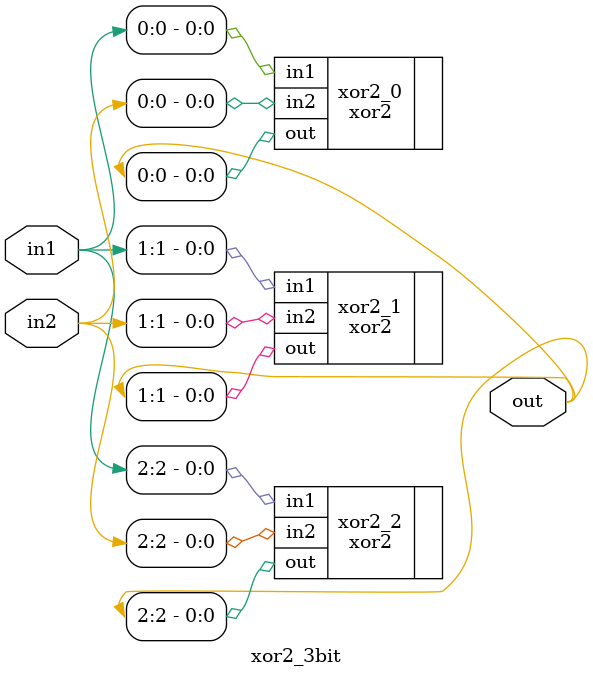
<source format=v>
module xor2_3bit(out, in1, in2);
    input [2:0] in1, in2;
    output [2:0] out;
    
    xor2 xor2_0(.out(out[0]), .in1(in1[0]), .in2(in2[0]));
    xor2 xor2_1(.out(out[1]), .in1(in1[1]), .in2(in2[1]));
    xor2 xor2_2(.out(out[2]), .in1(in1[2]), .in2(in2[2]));

endmodule

</source>
